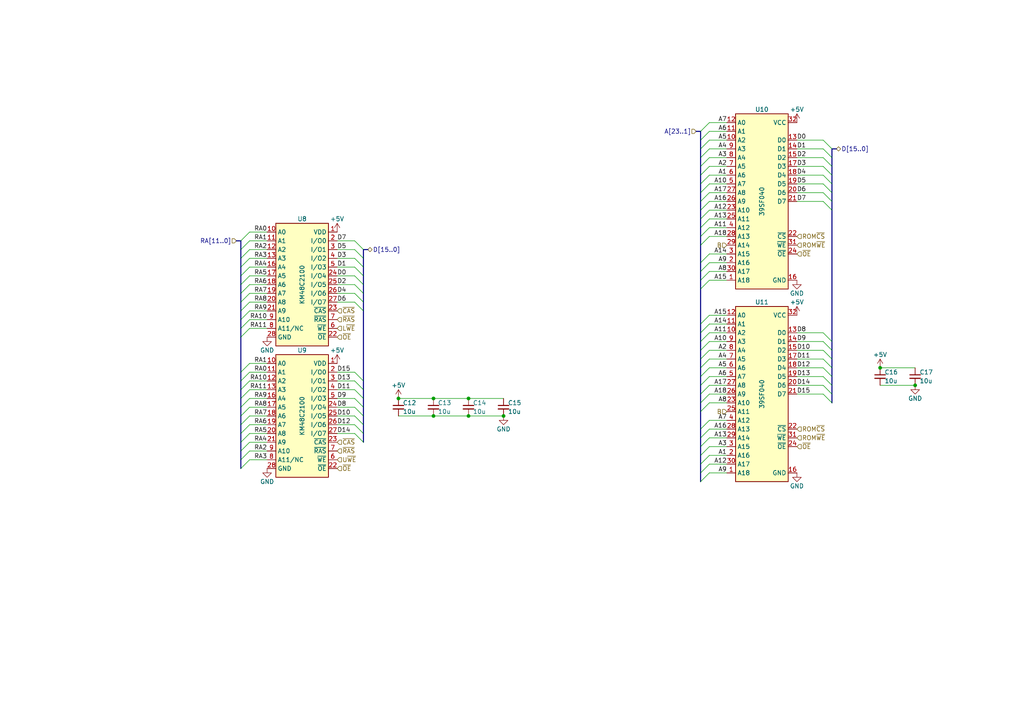
<source format=kicad_sch>
(kicad_sch (version 20211123) (generator eeschema)
  (paper "A4")
  (lib_symbols
    (symbol "Device:C_Small" (pin_numbers hide) (pin_names (offset 0.254) hide)
      (property "Reference" "C" (at 0.254 1.778 0))
      (property "Value" "C_Small" (at 0.254 -2.032 0))
      (symbol "C_Small_0_1"
        (polyline (pts (xy -1.524 -0.508) (xy 1.524 -0.508)) (stroke (width 0.3302)))
        (polyline (pts (xy -1.524 0.508) (xy 1.524 0.508)) (stroke (width 0.3048)))
      )
      (symbol "C_Small_1_1"
        (pin passive line (at 0 2.54 270) (length 2.032) (name "~") (number "1"))
        (pin passive line (at 0 -2.54 90) (length 2.032) (name "~") (number "2"))
      )
    )
    (symbol "GW_RAM:DRAM-2Mx8-SOP-28"
      (property "Reference" "U" (at 0 19.05 0))
      (property "Value" "DRAM-2Mx8-SOP-28" (at 0 0 90))
      (symbol "DRAM-2Mx8-SOP-28_0_1"
        (rectangle (start -7.62 17.78) (end 7.62 -17.78) (stroke (width 0.254)) (fill (type background)))
      )
      (symbol "DRAM-2Mx8-SOP-28_1_1"
        (pin power_in line (at 10.16 15.24 180) (length 2.54) (name "VDD") (number "1"))
        (pin input line (at -10.16 15.24 0) (length 2.54) (name "A0") (number "10"))
        (pin input line (at -10.16 12.7 0) (length 2.54) (name "A1") (number "11"))
        (pin input line (at -10.16 10.16 0) (length 2.54) (name "A2") (number "12"))
        (pin input line (at -10.16 7.62 0) (length 2.54) (name "A3") (number "13"))
        (pin power_in line (at 10.16 15.24 180) (length 2.54) hide (name "VDD") (number "14"))
        (pin power_in line (at -10.16 -15.24 0) (length 2.54) hide (name "GND") (number "15"))
        (pin input line (at -10.16 5.08 0) (length 2.54) (name "A4") (number "16"))
        (pin input line (at -10.16 2.54 0) (length 2.54) (name "A5") (number "17"))
        (pin input line (at -10.16 0 0) (length 2.54) (name "A6") (number "18"))
        (pin input line (at -10.16 -2.54 0) (length 2.54) (name "A7") (number "19"))
        (pin bidirectional line (at 10.16 12.7 180) (length 2.54) (name "I/O0") (number "2"))
        (pin input line (at -10.16 -5.08 0) (length 2.54) (name "A8") (number "20"))
        (pin input line (at -10.16 -7.62 0) (length 2.54) (name "A9") (number "21"))
        (pin input line (at 10.16 -15.24 180) (length 2.54) (name "~{OE}") (number "22"))
        (pin input line (at 10.16 -7.62 180) (length 2.54) (name "~{CAS}") (number "23"))
        (pin bidirectional line (at 10.16 2.54 180) (length 2.54) (name "I/O4") (number "24"))
        (pin bidirectional line (at 10.16 0 180) (length 2.54) (name "I/O5") (number "25"))
        (pin bidirectional line (at 10.16 -2.54 180) (length 2.54) (name "I/O6") (number "26"))
        (pin bidirectional line (at 10.16 -5.08 180) (length 2.54) (name "I/O7") (number "27"))
        (pin power_in line (at -10.16 -15.24 0) (length 2.54) (name "GND") (number "28"))
        (pin bidirectional line (at 10.16 10.16 180) (length 2.54) (name "I/O1") (number "3"))
        (pin bidirectional line (at 10.16 7.62 180) (length 2.54) (name "I/O2") (number "4"))
        (pin bidirectional line (at 10.16 5.08 180) (length 2.54) (name "I/O3") (number "5"))
        (pin input line (at 10.16 -12.7 180) (length 2.54) (name "~{WE}") (number "6"))
        (pin input line (at 10.16 -10.16 180) (length 2.54) (name "~{RAS}") (number "7"))
        (pin input line (at -10.16 -12.7 0) (length 2.54) (name "A11/NC") (number "8"))
        (pin input line (at -10.16 -10.16 0) (length 2.54) (name "A10") (number "9"))
      )
    )
    (symbol "GW_RAM:Flash-512Kx8-PLCC-32"
      (property "Reference" "U" (at 0 26.67 0))
      (property "Value" "Flash-512Kx8-PLCC-32" (at 0 0 90))
      (symbol "Flash-512Kx8-PLCC-32_0_0"
        (pin power_in line (at 10.16 -22.86 180) (length 2.54) (name "GND") (number "16"))
        (pin power_in line (at 10.16 22.86 180) (length 2.54) (name "VCC") (number "32"))
      )
      (symbol "Flash-512Kx8-PLCC-32_0_1"
        (rectangle (start -7.62 25.4) (end 7.62 -25.4) (stroke (width 0.254)) (fill (type background)))
      )
      (symbol "Flash-512Kx8-PLCC-32_1_1"
        (pin input line (at -10.16 -22.86 0) (length 2.54) (name "A18") (number "1"))
        (pin input line (at -10.16 17.78 0) (length 2.54) (name "A2") (number "10"))
        (pin input line (at -10.16 20.32 0) (length 2.54) (name "A1") (number "11"))
        (pin input line (at -10.16 22.86 0) (length 2.54) (name "A0") (number "12"))
        (pin bidirectional line (at 10.16 17.78 180) (length 2.54) (name "D0") (number "13"))
        (pin bidirectional line (at 10.16 15.24 180) (length 2.54) (name "D1") (number "14"))
        (pin bidirectional line (at 10.16 12.7 180) (length 2.54) (name "D2") (number "15"))
        (pin bidirectional line (at 10.16 10.16 180) (length 2.54) (name "D3") (number "17"))
        (pin bidirectional line (at 10.16 7.62 180) (length 2.54) (name "D4") (number "18"))
        (pin bidirectional line (at 10.16 5.08 180) (length 2.54) (name "D5") (number "19"))
        (pin input line (at -10.16 -17.78 0) (length 2.54) (name "A16") (number "2"))
        (pin bidirectional line (at 10.16 2.54 180) (length 2.54) (name "D6") (number "20"))
        (pin bidirectional line (at 10.16 0 180) (length 2.54) (name "D7") (number "21"))
        (pin input line (at 10.16 -10.16 180) (length 2.54) (name "~{CS}") (number "22"))
        (pin input line (at -10.16 -2.54 0) (length 2.54) (name "A10") (number "23"))
        (pin input line (at 10.16 -15.24 180) (length 2.54) (name "~{OE}") (number "24"))
        (pin input line (at -10.16 -5.08 0) (length 2.54) (name "A11") (number "25"))
        (pin input line (at -10.16 0 0) (length 2.54) (name "A9") (number "26"))
        (pin input line (at -10.16 2.54 0) (length 2.54) (name "A8") (number "27"))
        (pin input line (at -10.16 -10.16 0) (length 2.54) (name "A13") (number "28"))
        (pin input line (at -10.16 -12.7 0) (length 2.54) (name "A14") (number "29"))
        (pin input line (at -10.16 -15.24 0) (length 2.54) (name "A15") (number "3"))
        (pin input line (at -10.16 -20.32 0) (length 2.54) (name "A17") (number "30"))
        (pin input line (at 10.16 -12.7 180) (length 2.54) (name "~{WE}") (number "31"))
        (pin input line (at -10.16 -7.62 0) (length 2.54) (name "A12") (number "4"))
        (pin input line (at -10.16 5.08 0) (length 2.54) (name "A7") (number "5"))
        (pin input line (at -10.16 7.62 0) (length 2.54) (name "A6") (number "6"))
        (pin input line (at -10.16 10.16 0) (length 2.54) (name "A5") (number "7"))
        (pin input line (at -10.16 12.7 0) (length 2.54) (name "A4") (number "8"))
        (pin input line (at -10.16 15.24 0) (length 2.54) (name "A3") (number "9"))
      )
    )
    (symbol "power:+5V" (power) (pin_names (offset 0))
      (property "Value" "+5V" (at 0 3.556 0))
      (symbol "+5V_0_1"
        (polyline (pts (xy -0.762 1.27) (xy 0 2.54)))
        (polyline (pts (xy 0 0) (xy 0 2.54)))
        (polyline (pts (xy 0 2.54) (xy 0.762 1.27)))
      )
      (symbol "+5V_1_1"
        (pin power_in line (at 0 0 90) (length 0) hide (name "+5V") (number "1"))
      )
    )
    (symbol "power:GND" (power) (pin_names (offset 0))
      (property "Value" "GND" (at 0 -3.81 0))
      (symbol "GND_0_1"
        (polyline (pts (xy 0 0) (xy 0 -1.27) (xy 1.27 -1.27) (xy 0 -2.54) (xy -1.27 -1.27) (xy 0 -1.27)))
      )
      (symbol "GND_1_1"
        (pin power_in line (at 0 0 270) (length 0) hide (name "GND") (number "1"))
      )
    )
  )
  (junction (at 265.43 111.76))
  (junction (at 115.57 115.57))
  (junction (at 255.27 106.68))
  (junction (at 125.73 115.57))
  (junction (at 146.05 120.65))
  (junction (at 135.89 120.65))
  (junction (at 125.73 120.65))
  (junction (at 135.89 115.57))
  (bus_entry (at 105.41 85.09) (size -2.54 -2.54))
  (bus_entry (at 205.74 114.3) (size -2.54 2.54))
  (bus_entry (at 69.85 118.11) (size 2.54 -2.54))
  (bus_entry (at 105.41 87.63) (size -2.54 -2.54))
  (bus_entry (at 105.41 72.39) (size -2.54 -2.54))
  (bus_entry (at 205.74 78.74) (size -2.54 2.54))
  (bus_entry (at 105.41 123.19) (size -2.54 -2.54))
  (bus_entry (at 205.74 96.52) (size -2.54 2.54))
  (bus_entry (at 238.76 50.8) (size 2.54 2.54))
  (bus_entry (at 205.74 132.08) (size -2.54 2.54))
  (bus_entry (at 69.85 80.01) (size 2.54 -2.54))
  (bus_entry (at 69.85 77.47) (size 2.54 -2.54))
  (bus_entry (at 105.41 74.93) (size -2.54 -2.54))
  (bus_entry (at 105.41 113.03) (size -2.54 -2.54))
  (bus_entry (at 205.74 45.72) (size -2.54 2.54))
  (bus_entry (at 205.74 111.76) (size -2.54 2.54))
  (bus_entry (at 69.85 133.35) (size 2.54 -2.54))
  (bus_entry (at 69.85 123.19) (size 2.54 -2.54))
  (bus_entry (at 238.76 58.42) (size 2.54 2.54))
  (bus_entry (at 205.74 99.06) (size -2.54 2.54))
  (bus_entry (at 105.41 125.73) (size -2.54 -2.54))
  (bus_entry (at 238.76 111.76) (size 2.54 2.54))
  (bus_entry (at 69.85 128.27) (size 2.54 -2.54))
  (bus_entry (at 69.85 125.73) (size 2.54 -2.54))
  (bus_entry (at 69.85 97.79) (size 2.54 -2.54))
  (bus_entry (at 205.74 91.44) (size -2.54 2.54))
  (bus_entry (at 238.76 96.52) (size 2.54 2.54))
  (bus_entry (at 105.41 128.27) (size -2.54 -2.54))
  (bus_entry (at 238.76 55.88) (size 2.54 2.54))
  (bus_entry (at 105.41 115.57) (size -2.54 -2.54))
  (bus_entry (at 105.41 120.65) (size -2.54 -2.54))
  (bus_entry (at 105.41 90.17) (size -2.54 -2.54))
  (bus_entry (at 105.41 118.11) (size -2.54 -2.54))
  (bus_entry (at 205.74 137.16) (size -2.54 2.54))
  (bus_entry (at 105.41 80.01) (size -2.54 -2.54))
  (bus_entry (at 205.74 129.54) (size -2.54 2.54))
  (bus_entry (at 205.74 73.66) (size -2.54 2.54))
  (bus_entry (at 69.85 92.71) (size 2.54 -2.54))
  (bus_entry (at 238.76 45.72) (size 2.54 2.54))
  (bus_entry (at 205.74 81.28) (size -2.54 2.54))
  (bus_entry (at 205.74 55.88) (size -2.54 2.54))
  (bus_entry (at 69.85 110.49) (size 2.54 -2.54))
  (bus_entry (at 69.85 107.95) (size 2.54 -2.54))
  (bus_entry (at 69.85 74.93) (size 2.54 -2.54))
  (bus_entry (at 205.74 58.42) (size -2.54 2.54))
  (bus_entry (at 205.74 76.2) (size -2.54 2.54))
  (bus_entry (at 69.85 85.09) (size 2.54 -2.54))
  (bus_entry (at 205.74 68.58) (size -2.54 2.54))
  (bus_entry (at 69.85 90.17) (size 2.54 -2.54))
  (bus_entry (at 205.74 121.92) (size -2.54 2.54))
  (bus_entry (at 238.76 43.18) (size 2.54 2.54))
  (bus_entry (at 205.74 106.68) (size -2.54 2.54))
  (bus_entry (at 69.85 87.63) (size 2.54 -2.54))
  (bus_entry (at 105.41 110.49) (size -2.54 -2.54))
  (bus_entry (at 69.85 69.85) (size 2.54 -2.54))
  (bus_entry (at 205.74 109.22) (size -2.54 2.54))
  (bus_entry (at 105.41 82.55) (size -2.54 -2.54))
  (bus_entry (at 238.76 40.64) (size 2.54 2.54))
  (bus_entry (at 69.85 82.55) (size 2.54 -2.54))
  (bus_entry (at 205.74 66.04) (size -2.54 2.54))
  (bus_entry (at 238.76 53.34) (size 2.54 2.54))
  (bus_entry (at 205.74 124.46) (size -2.54 2.54))
  (bus_entry (at 205.74 50.8) (size -2.54 2.54))
  (bus_entry (at 238.76 48.26) (size 2.54 2.54))
  (bus_entry (at 205.74 53.34) (size -2.54 2.54))
  (bus_entry (at 205.74 93.98) (size -2.54 2.54))
  (bus_entry (at 205.74 127) (size -2.54 2.54))
  (bus_entry (at 205.74 38.1) (size -2.54 2.54))
  (bus_entry (at 238.76 104.14) (size 2.54 2.54))
  (bus_entry (at 205.74 35.56) (size -2.54 2.54))
  (bus_entry (at 105.41 77.47) (size -2.54 -2.54))
  (bus_entry (at 238.76 101.6) (size 2.54 2.54))
  (bus_entry (at 205.74 134.62) (size -2.54 2.54))
  (bus_entry (at 205.74 60.96) (size -2.54 2.54))
  (bus_entry (at 205.74 63.5) (size -2.54 2.54))
  (bus_entry (at 205.74 40.64) (size -2.54 2.54))
  (bus_entry (at 238.76 99.06) (size 2.54 2.54))
  (bus_entry (at 69.85 120.65) (size 2.54 -2.54))
  (bus_entry (at 69.85 115.57) (size 2.54 -2.54))
  (bus_entry (at 69.85 113.03) (size 2.54 -2.54))
  (bus_entry (at 205.74 104.14) (size -2.54 2.54))
  (bus_entry (at 238.76 106.68) (size 2.54 2.54))
  (bus_entry (at 238.76 109.22) (size 2.54 2.54))
  (bus_entry (at 69.85 72.39) (size 2.54 -2.54))
  (bus_entry (at 205.74 116.84) (size -2.54 2.54))
  (bus_entry (at 69.85 95.25) (size 2.54 -2.54))
  (bus_entry (at 205.74 43.18) (size -2.54 2.54))
  (bus_entry (at 238.76 114.3) (size 2.54 2.54))
  (bus_entry (at 205.74 101.6) (size -2.54 2.54))
  (bus_entry (at 69.85 135.89) (size 2.54 -2.54))
  (bus_entry (at 69.85 130.81) (size 2.54 -2.54))
  (bus_entry (at 205.74 48.26) (size -2.54 2.54))
  (bus (pts (xy 241.3 58.42) (xy 241.3 60.96)))
  (bus (pts (xy 69.85 69.85) (xy 69.85 72.39)))
  (bus (pts (xy 105.41 123.19) (xy 105.41 125.73)))
  (wire (pts (xy 77.47 82.55) (xy 72.39 82.55)))
  (bus (pts (xy 69.85 128.27) (xy 69.85 130.81)))
  (bus (pts (xy 203.2 114.3) (xy 203.2 116.84)))
  (bus (pts (xy 69.85 74.93) (xy 69.85 77.47)))
  (wire (pts (xy 210.82 91.44) (xy 205.74 91.44)))
  (wire (pts (xy 77.47 85.09) (xy 72.39 85.09)))
  (wire (pts (xy 210.82 38.1) (xy 205.74 38.1)))
  (wire (pts (xy 77.47 118.11) (xy 72.39 118.11)))
  (wire (pts (xy 115.57 120.65) (xy 125.73 120.65)))
  (wire (pts (xy 210.82 50.8) (xy 205.74 50.8)))
  (wire (pts (xy 231.14 96.52) (xy 238.76 96.52)))
  (wire (pts (xy 210.82 134.62) (xy 205.74 134.62)))
  (bus (pts (xy 69.85 133.35) (xy 69.85 135.89)))
  (wire (pts (xy 125.73 115.57) (xy 135.89 115.57)))
  (wire (pts (xy 231.14 104.14) (xy 238.76 104.14)))
  (wire (pts (xy 77.47 105.41) (xy 72.39 105.41)))
  (wire (pts (xy 77.47 113.03) (xy 72.39 113.03)))
  (wire (pts (xy 135.89 115.57) (xy 146.05 115.57)))
  (wire (pts (xy 210.82 99.06) (xy 205.74 99.06)))
  (wire (pts (xy 210.82 35.56) (xy 205.74 35.56)))
  (bus (pts (xy 203.2 43.18) (xy 203.2 45.72)))
  (bus (pts (xy 203.2 124.46) (xy 203.2 127)))
  (wire (pts (xy 210.82 55.88) (xy 205.74 55.88)))
  (wire (pts (xy 231.14 48.26) (xy 238.76 48.26)))
  (bus (pts (xy 241.3 101.6) (xy 241.3 104.14)))
  (bus (pts (xy 241.3 55.88) (xy 241.3 58.42)))
  (bus (pts (xy 241.3 48.26) (xy 241.3 50.8)))
  (bus (pts (xy 241.3 50.8) (xy 241.3 53.34)))
  (bus (pts (xy 105.41 74.93) (xy 105.41 77.47)))
  (wire (pts (xy 77.47 92.71) (xy 72.39 92.71)))
  (wire (pts (xy 231.14 111.76) (xy 238.76 111.76)))
  (bus (pts (xy 203.2 134.62) (xy 203.2 137.16)))
  (bus (pts (xy 69.85 118.11) (xy 69.85 120.65)))
  (bus (pts (xy 203.2 38.1) (xy 203.2 40.64)))
  (bus (pts (xy 69.85 95.25) (xy 69.85 97.79)))
  (bus (pts (xy 203.2 111.76) (xy 203.2 114.3)))
  (wire (pts (xy 210.82 96.52) (xy 205.74 96.52)))
  (bus (pts (xy 69.85 123.19) (xy 69.85 125.73)))
  (bus (pts (xy 69.85 130.81) (xy 69.85 133.35)))
  (wire (pts (xy 77.47 90.17) (xy 72.39 90.17)))
  (bus (pts (xy 242.57 43.18) (xy 241.3 43.18)))
  (bus (pts (xy 203.2 129.54) (xy 203.2 132.08)))
  (wire (pts (xy 102.87 72.39) (xy 97.79 72.39)))
  (wire (pts (xy 115.57 115.57) (xy 125.73 115.57)))
  (bus (pts (xy 203.2 50.8) (xy 203.2 53.34)))
  (wire (pts (xy 210.82 114.3) (xy 205.74 114.3)))
  (wire (pts (xy 210.82 76.2) (xy 205.74 76.2)))
  (bus (pts (xy 105.41 120.65) (xy 105.41 123.19)))
  (wire (pts (xy 231.14 53.34) (xy 238.76 53.34)))
  (wire (pts (xy 210.82 53.34) (xy 205.74 53.34)))
  (wire (pts (xy 77.47 72.39) (xy 72.39 72.39)))
  (bus (pts (xy 105.41 113.03) (xy 105.41 115.57)))
  (bus (pts (xy 241.3 114.3) (xy 241.3 116.84)))
  (wire (pts (xy 102.87 110.49) (xy 97.79 110.49)))
  (bus (pts (xy 105.41 90.17) (xy 105.41 110.49)))
  (wire (pts (xy 77.47 67.31) (xy 72.39 67.31)))
  (bus (pts (xy 69.85 82.55) (xy 69.85 85.09)))
  (bus (pts (xy 105.41 85.09) (xy 105.41 87.63)))
  (wire (pts (xy 97.79 118.11) (xy 102.87 118.11)))
  (bus (pts (xy 203.2 66.04) (xy 203.2 68.58)))
  (bus (pts (xy 203.2 109.22) (xy 203.2 111.76)))
  (bus (pts (xy 106.68 72.39) (xy 105.41 72.39)))
  (bus (pts (xy 69.85 92.71) (xy 69.85 95.25)))
  (bus (pts (xy 203.2 40.64) (xy 203.2 43.18)))
  (bus (pts (xy 69.85 97.79) (xy 69.85 107.95)))
  (wire (pts (xy 125.73 120.65) (xy 135.89 120.65)))
  (wire (pts (xy 77.47 107.95) (xy 72.39 107.95)))
  (wire (pts (xy 210.82 137.16) (xy 205.74 137.16)))
  (wire (pts (xy 210.82 109.22) (xy 205.74 109.22)))
  (bus (pts (xy 203.2 63.5) (xy 203.2 66.04)))
  (bus (pts (xy 69.85 90.17) (xy 69.85 92.71)))
  (wire (pts (xy 210.82 66.04) (xy 205.74 66.04)))
  (bus (pts (xy 203.2 53.34) (xy 203.2 55.88)))
  (wire (pts (xy 210.82 106.68) (xy 205.74 106.68)))
  (bus (pts (xy 105.41 110.49) (xy 105.41 113.03)))
  (bus (pts (xy 241.3 104.14) (xy 241.3 106.68)))
  (wire (pts (xy 77.47 133.35) (xy 72.39 133.35)))
  (wire (pts (xy 210.82 58.42) (xy 205.74 58.42)))
  (wire (pts (xy 77.47 77.47) (xy 72.39 77.47)))
  (bus (pts (xy 241.3 60.96) (xy 241.3 99.06)))
  (wire (pts (xy 231.14 55.88) (xy 238.76 55.88)))
  (bus (pts (xy 201.93 38.1) (xy 203.2 38.1)))
  (wire (pts (xy 210.82 111.76) (xy 205.74 111.76)))
  (wire (pts (xy 210.82 45.72) (xy 205.74 45.72)))
  (wire (pts (xy 77.47 120.65) (xy 72.39 120.65)))
  (bus (pts (xy 203.2 45.72) (xy 203.2 48.26)))
  (bus (pts (xy 203.2 104.14) (xy 203.2 106.68)))
  (bus (pts (xy 203.2 101.6) (xy 203.2 104.14)))
  (wire (pts (xy 97.79 85.09) (xy 102.87 85.09)))
  (bus (pts (xy 69.85 72.39) (xy 69.85 74.93)))
  (bus (pts (xy 69.85 120.65) (xy 69.85 123.19)))
  (wire (pts (xy 210.82 43.18) (xy 205.74 43.18)))
  (bus (pts (xy 203.2 137.16) (xy 203.2 139.7)))
  (wire (pts (xy 210.82 68.58) (xy 205.74 68.58)))
  (wire (pts (xy 77.47 87.63) (xy 72.39 87.63)))
  (wire (pts (xy 210.82 40.64) (xy 205.74 40.64)))
  (bus (pts (xy 203.2 119.38) (xy 203.2 124.46)))
  (wire (pts (xy 231.14 50.8) (xy 238.76 50.8)))
  (wire (pts (xy 102.87 69.85) (xy 97.79 69.85)))
  (bus (pts (xy 105.41 125.73) (xy 105.41 128.27)))
  (wire (pts (xy 231.14 106.68) (xy 238.76 106.68)))
  (wire (pts (xy 210.82 129.54) (xy 205.74 129.54)))
  (wire (pts (xy 210.82 60.96) (xy 205.74 60.96)))
  (wire (pts (xy 210.82 73.66) (xy 205.74 73.66)))
  (wire (pts (xy 102.87 113.03) (xy 97.79 113.03)))
  (bus (pts (xy 203.2 71.12) (xy 203.2 76.2)))
  (bus (pts (xy 105.41 77.47) (xy 105.41 80.01)))
  (bus (pts (xy 203.2 81.28) (xy 203.2 83.82)))
  (bus (pts (xy 203.2 83.82) (xy 203.2 93.98)))
  (wire (pts (xy 210.82 93.98) (xy 205.74 93.98)))
  (bus (pts (xy 69.85 77.47) (xy 69.85 80.01)))
  (wire (pts (xy 77.47 95.25) (xy 72.39 95.25)))
  (wire (pts (xy 210.82 116.84) (xy 205.74 116.84)))
  (bus (pts (xy 241.3 106.68) (xy 241.3 109.22)))
  (wire (pts (xy 97.79 87.63) (xy 102.87 87.63)))
  (bus (pts (xy 241.3 43.18) (xy 241.3 45.72)))
  (wire (pts (xy 255.27 106.68) (xy 265.43 106.68)))
  (bus (pts (xy 241.3 45.72) (xy 241.3 48.26)))
  (bus (pts (xy 241.3 99.06) (xy 241.3 101.6)))
  (wire (pts (xy 210.82 81.28) (xy 205.74 81.28)))
  (bus (pts (xy 203.2 48.26) (xy 203.2 50.8)))
  (wire (pts (xy 210.82 101.6) (xy 205.74 101.6)))
  (wire (pts (xy 231.14 114.3) (xy 238.76 114.3)))
  (bus (pts (xy 203.2 132.08) (xy 203.2 134.62)))
  (wire (pts (xy 77.47 123.19) (xy 72.39 123.19)))
  (wire (pts (xy 97.79 120.65) (xy 102.87 120.65)))
  (bus (pts (xy 69.85 87.63) (xy 69.85 90.17)))
  (bus (pts (xy 203.2 127) (xy 203.2 129.54)))
  (wire (pts (xy 77.47 74.93) (xy 72.39 74.93)))
  (wire (pts (xy 135.89 120.65) (xy 146.05 120.65)))
  (wire (pts (xy 77.47 69.85) (xy 72.39 69.85)))
  (wire (pts (xy 97.79 123.19) (xy 102.87 123.19)))
  (wire (pts (xy 102.87 77.47) (xy 97.79 77.47)))
  (bus (pts (xy 69.85 125.73) (xy 69.85 128.27)))
  (wire (pts (xy 77.47 125.73) (xy 72.39 125.73)))
  (wire (pts (xy 231.14 101.6) (xy 238.76 101.6)))
  (bus (pts (xy 203.2 76.2) (xy 203.2 78.74)))
  (bus (pts (xy 241.3 109.22) (xy 241.3 111.76)))
  (bus (pts (xy 105.41 115.57) (xy 105.41 118.11)))
  (bus (pts (xy 241.3 53.34) (xy 241.3 55.88)))
  (bus (pts (xy 203.2 55.88) (xy 203.2 58.42)))
  (wire (pts (xy 231.14 99.06) (xy 238.76 99.06)))
  (wire (pts (xy 77.47 128.27) (xy 72.39 128.27)))
  (bus (pts (xy 203.2 68.58) (xy 203.2 71.12)))
  (wire (pts (xy 255.27 111.76) (xy 265.43 111.76)))
  (bus (pts (xy 203.2 78.74) (xy 203.2 81.28)))
  (wire (pts (xy 231.14 109.22) (xy 238.76 109.22)))
  (wire (pts (xy 97.79 80.01) (xy 102.87 80.01)))
  (bus (pts (xy 203.2 96.52) (xy 203.2 99.06)))
  (bus (pts (xy 69.85 80.01) (xy 69.85 82.55)))
  (wire (pts (xy 97.79 82.55) (xy 102.87 82.55)))
  (wire (pts (xy 231.14 45.72) (xy 238.76 45.72)))
  (wire (pts (xy 210.82 132.08) (xy 205.74 132.08)))
  (bus (pts (xy 203.2 99.06) (xy 203.2 101.6)))
  (wire (pts (xy 97.79 107.95) (xy 102.87 107.95)))
  (bus (pts (xy 105.41 82.55) (xy 105.41 85.09)))
  (bus (pts (xy 105.41 87.63) (xy 105.41 90.17)))
  (wire (pts (xy 102.87 115.57) (xy 97.79 115.57)))
  (wire (pts (xy 231.14 40.64) (xy 238.76 40.64)))
  (bus (pts (xy 203.2 106.68) (xy 203.2 109.22)))
  (wire (pts (xy 77.47 110.49) (xy 72.39 110.49)))
  (bus (pts (xy 105.41 72.39) (xy 105.41 74.93)))
  (wire (pts (xy 210.82 104.14) (xy 205.74 104.14)))
  (wire (pts (xy 102.87 74.93) (xy 97.79 74.93)))
  (wire (pts (xy 210.82 127) (xy 205.74 127)))
  (bus (pts (xy 69.85 113.03) (xy 69.85 115.57)))
  (wire (pts (xy 77.47 115.57) (xy 72.39 115.57)))
  (wire (pts (xy 231.14 58.42) (xy 238.76 58.42)))
  (bus (pts (xy 203.2 58.42) (xy 203.2 60.96)))
  (wire (pts (xy 77.47 130.81) (xy 72.39 130.81)))
  (wire (pts (xy 210.82 48.26) (xy 205.74 48.26)))
  (bus (pts (xy 105.41 80.01) (xy 105.41 82.55)))
  (bus (pts (xy 69.85 85.09) (xy 69.85 87.63)))
  (wire (pts (xy 97.79 125.73) (xy 102.87 125.73)))
  (bus (pts (xy 203.2 116.84) (xy 203.2 119.38)))
  (bus (pts (xy 69.85 69.85) (xy 68.58 69.85)))
  (wire (pts (xy 210.82 63.5) (xy 205.74 63.5)))
  (bus (pts (xy 69.85 115.57) (xy 69.85 118.11)))
  (wire (pts (xy 210.82 124.46) (xy 205.74 124.46)))
  (bus (pts (xy 203.2 60.96) (xy 203.2 63.5)))
  (wire (pts (xy 231.14 43.18) (xy 238.76 43.18)))
  (bus (pts (xy 241.3 111.76) (xy 241.3 114.3)))
  (bus (pts (xy 203.2 93.98) (xy 203.2 96.52)))
  (wire (pts (xy 77.47 80.01) (xy 72.39 80.01)))
  (bus (pts (xy 69.85 107.95) (xy 69.85 110.49)))
  (bus (pts (xy 69.85 110.49) (xy 69.85 113.03)))
  (bus (pts (xy 105.41 118.11) (xy 105.41 120.65)))
  (wire (pts (xy 210.82 121.92) (xy 205.74 121.92)))
  (wire (pts (xy 210.82 78.74) (xy 205.74 78.74)))
  (label "A6" (at 210.82 38.1 180))
  (label "D12" (at 231.14 106.68 0))
  (label "RA11" (at 77.47 95.25 180))
  (label "A7" (at 210.82 35.56 180))
  (label "A1" (at 210.82 132.08 180))
  (label "A2" (at 210.82 48.26 180))
  (label "RA2" (at 77.47 72.39 180))
  (label "A17" (at 210.82 111.76 180))
  (label "A13" (at 210.82 127 180))
  (label "D10" (at 231.14 101.6 0))
  (label "D5" (at 97.79 72.39 0))
  (label "RA5" (at 77.47 125.73 180))
  (label "A8" (at 210.82 78.74 180))
  (label "D14" (at 231.14 111.76 0))
  (label "A4" (at 210.82 43.18 180))
  (label "A10" (at 210.82 53.34 180))
  (label "RA2" (at 77.47 130.81 180))
  (label "A14" (at 210.82 93.98 180))
  (label "D12" (at 97.79 123.19 0))
  (label "RA8" (at 77.47 118.11 180))
  (label "A18" (at 210.82 114.3 180))
  (label "D11" (at 231.14 104.14 0))
  (label "RA8" (at 77.47 87.63 180))
  (label "RA0" (at 77.47 107.95 180))
  (label "A5" (at 210.82 106.68 180))
  (label "D4" (at 97.79 85.09 0))
  (label "A18" (at 210.82 68.58 180))
  (label "D6" (at 97.79 87.63 0))
  (label "A13" (at 210.82 63.5 180))
  (label "A11" (at 210.82 66.04 180))
  (label "A16" (at 210.82 124.46 180))
  (label "D3" (at 97.79 74.93 0))
  (label "D2" (at 97.79 82.55 0))
  (label "A8" (at 210.82 116.84 180))
  (label "D1" (at 231.14 43.18 0))
  (label "RA9" (at 77.47 115.57 180))
  (label "RA7" (at 77.47 120.65 180))
  (label "RA10" (at 77.47 92.71 180))
  (label "A4" (at 210.82 104.14 180))
  (label "A5" (at 210.82 40.64 180))
  (label "RA4" (at 77.47 128.27 180))
  (label "D9" (at 97.79 115.57 0))
  (label "D7" (at 97.79 69.85 0))
  (label "RA6" (at 77.47 82.55 180))
  (label "D8" (at 231.14 96.52 0))
  (label "A7" (at 210.82 121.92 180))
  (label "RA5" (at 77.47 80.01 180))
  (label "RA6" (at 77.47 123.19 180))
  (label "D14" (at 97.79 125.73 0))
  (label "D3" (at 231.14 48.26 0))
  (label "A16" (at 210.82 58.42 180))
  (label "D6" (at 231.14 55.88 0))
  (label "A9" (at 210.82 76.2 180))
  (label "A2" (at 210.82 101.6 180))
  (label "RA1" (at 77.47 105.41 180))
  (label "D13" (at 231.14 109.22 0))
  (label "A15" (at 210.82 91.44 180))
  (label "D1" (at 97.79 77.47 0))
  (label "RA1" (at 77.47 69.85 180))
  (label "D15" (at 231.14 114.3 0))
  (label "D2" (at 231.14 45.72 0))
  (label "A6" (at 210.82 109.22 180))
  (label "A14" (at 210.82 73.66 180))
  (label "D4" (at 231.14 50.8 0))
  (label "A11" (at 210.82 96.52 180))
  (label "RA9" (at 77.47 90.17 180))
  (label "A9" (at 210.82 137.16 180))
  (label "A15" (at 210.82 81.28 180))
  (label "RA0" (at 77.47 67.31 180))
  (label "A12" (at 210.82 60.96 180))
  (label "RA4" (at 77.47 77.47 180))
  (label "D15" (at 97.79 107.95 0))
  (label "RA7" (at 77.47 85.09 180))
  (label "D11" (at 97.79 113.03 0))
  (label "D9" (at 231.14 99.06 0))
  (label "A17" (at 210.82 55.88 180))
  (label "D0" (at 97.79 80.01 0))
  (label "D13" (at 97.79 110.49 0))
  (label "D5" (at 231.14 53.34 0))
  (label "RA3" (at 77.47 74.93 180))
  (label "A1" (at 210.82 50.8 180))
  (label "A3" (at 210.82 129.54 180))
  (label "RA10" (at 77.47 110.49 180))
  (label "D8" (at 97.79 118.11 0))
  (label "RA11" (at 77.47 113.03 180))
  (label "A10" (at 210.82 99.06 180))
  (label "D7" (at 231.14 58.42 0))
  (label "A3" (at 210.82 45.72 180))
  (label "D10" (at 97.79 120.65 0))
  (label "A12" (at 210.82 134.62 180))
  (label "D0" (at 231.14 40.64 0))
  (label "RA3" (at 77.47 133.35 180))
  (hierarchical_label "~{OE}" (shape input) (at 231.14 129.54 0))
  (hierarchical_label "D[15..0]" (shape bidirectional) (at 106.68 72.39 0))
  (hierarchical_label "B" (shape input) (at 210.82 71.12 180))
  (hierarchical_label "~{OE}" (shape input) (at 97.79 135.89 0))
  (hierarchical_label "ROM~{CS}" (shape input) (at 231.14 124.46 0))
  (hierarchical_label "U~{WE}" (shape input) (at 97.79 133.35 0))
  (hierarchical_label "~{OE}" (shape input) (at 231.14 73.66 0))
  (hierarchical_label "L~{WE}" (shape input) (at 97.79 95.25 0))
  (hierarchical_label "ROM~{WE}" (shape input) (at 231.14 127 0))
  (hierarchical_label "D[15..0]" (shape bidirectional) (at 242.57 43.18 0))
  (hierarchical_label "~{CAS}" (shape input) (at 97.79 90.17 0))
  (hierarchical_label "B" (shape input) (at 210.82 119.38 180))
  (hierarchical_label "~{RAS}" (shape input) (at 97.79 92.71 0))
  (hierarchical_label "~{OE}" (shape input) (at 97.79 97.79 0))
  (hierarchical_label "ROM~{WE}" (shape input) (at 231.14 71.12 0))
  (hierarchical_label "ROM~{CS}" (shape input) (at 231.14 68.58 0))
  (hierarchical_label "RA[11..0]" (shape input) (at 68.58 69.85 180))
  (hierarchical_label "~{RAS}" (shape input) (at 97.79 130.81 0))
  (hierarchical_label "A[23..1]" (shape input) (at 201.93 38.1 180))
  (hierarchical_label "~{CAS}" (shape input) (at 97.79 128.27 0))
  (symbol (lib_id "GW_RAM:DRAM-2Mx8-SOP-28") (at 87.63 82.55 0) (unit 1)
    (property "Reference" "U8" (at 87.63 63.5 0))
    (property "Value" "KM48C2100" (at 87.63 82.55 90))
    (property "Footprint" "stdpads:SOJ-28_300mil" (effects hide))
  )
  (symbol (lib_id "power:GND") (at 77.47 97.79 0) (unit 1)
    (property "Reference" "#PWR0133" (effects hide))
    (property "Value" "GND" (at 77.47 101.6 0))
  )
  (symbol (lib_id "GW_RAM:DRAM-2Mx8-SOP-28") (at 87.63 120.65 0) (unit 1)
    (property "Reference" "U9" (at 87.63 101.6 0))
    (property "Value" "KM48C2100" (at 87.63 120.65 90))
    (property "Footprint" "stdpads:SOJ-28_300mil" (effects hide))
  )
  (symbol (lib_id "power:GND") (at 77.47 135.89 0) (unit 1)
    (property "Reference" "#PWR0134" (effects hide))
    (property "Value" "GND" (at 77.47 139.7 0))
  )
  (symbol (lib_id "power:+5V") (at 115.57 115.57 0) (unit 1)
    (property "Reference" "#PWR0138" (effects hide))
    (property "Value" "+5V" (at 115.57 111.76 0))
  )
  (symbol (lib_id "Device:C_Small") (at 125.73 118.11 0) (unit 1)
    (property "Reference" "C13" (at 127 116.84 0) (effects (justify left)))
    (property "Value" "10u" (at 127 119.38 0) (effects (justify left)))
    (property "Footprint" "stdpads:C_0805" (effects hide))
    (property "LCSC Part" "C15850" (effects hide))
  )
  (symbol (lib_id "Device:C_Small") (at 115.57 118.11 0) (unit 1)
    (property "Reference" "C12" (at 116.84 116.84 0) (effects (justify left)))
    (property "Value" "10u" (at 116.84 119.38 0) (effects (justify left)))
    (property "Footprint" "stdpads:C_0805" (effects hide))
    (property "LCSC Part" "C15850" (effects hide))
  )
  (symbol (lib_id "Device:C_Small") (at 135.89 118.11 0) (unit 1)
    (property "Reference" "C14" (at 137.16 116.84 0) (effects (justify left)))
    (property "Value" "10u" (at 137.16 119.38 0) (effects (justify left)))
    (property "Footprint" "stdpads:C_0805" (effects hide))
    (property "LCSC Part" "C15850" (effects hide))
  )
  (symbol (lib_id "Device:C_Small") (at 146.05 118.11 0) (unit 1)
    (property "Reference" "C15" (at 147.32 116.84 0) (effects (justify left)))
    (property "Value" "10u" (at 147.32 119.38 0) (effects (justify left)))
    (property "Footprint" "stdpads:C_0805" (effects hide))
    (property "LCSC Part" "C15850" (effects hide))
  )
  (symbol (lib_id "power:GND") (at 146.05 120.65 0) (unit 1)
    (property "Reference" "#PWR0135" (effects hide))
    (property "Value" "GND" (at 146.05 124.46 0))
  )
  (symbol (lib_id "GW_RAM:Flash-512Kx8-PLCC-32") (at 220.98 58.42 0) (unit 1)
    (property "Reference" "U10" (at 220.98 31.75 0))
    (property "Value" "39SF040" (at 220.98 58.42 90))
    (property "Footprint" "stdpads:PLCC-32" (effects hide))
    (property "Datasheet" "http://ww1.microchip.com/downloads/en/DeviceDoc/20005022C.pdf" (effects hide))
    (property "LCSC Part" "C72257" (effects hide))
  )
  (symbol (lib_id "power:GND") (at 231.14 81.28 0) (unit 1)
    (property "Reference" "#PWR0141" (effects hide))
    (property "Value" "GND" (at 231.14 85.09 0))
  )
  (symbol (lib_id "power:GND") (at 231.14 137.16 0) (unit 1)
    (property "Reference" "#PWR0142" (effects hide))
    (property "Value" "GND" (at 231.14 140.97 0))
  )
  (symbol (lib_id "GW_RAM:Flash-512Kx8-PLCC-32") (at 220.98 114.3 0) (unit 1)
    (property "Reference" "U11" (at 220.98 87.63 0))
    (property "Value" "39SF040" (at 220.98 114.3 90))
    (property "Footprint" "stdpads:PLCC-32" (effects hide))
    (property "Datasheet" "http://ww1.microchip.com/downloads/en/DeviceDoc/20005022C.pdf" (effects hide))
    (property "LCSC Part" "C72257" (effects hide))
  )
  (symbol (lib_id "power:+5V") (at 255.27 106.68 0) (unit 1)
    (property "Reference" "#PWR0145" (effects hide))
    (property "Value" "+5V" (at 255.27 102.87 0))
  )
  (symbol (lib_id "Device:C_Small") (at 265.43 109.22 0) (unit 1)
    (property "Reference" "C17" (at 266.7 107.95 0) (effects (justify left)))
    (property "Value" "10u" (at 266.7 110.49 0) (effects (justify left)))
    (property "Footprint" "stdpads:C_0805" (effects hide))
    (property "LCSC Part" "C15850" (effects hide))
  )
  (symbol (lib_id "Device:C_Small") (at 255.27 109.22 0) (unit 1)
    (property "Reference" "C16" (at 256.54 107.95 0) (effects (justify left)))
    (property "Value" "10u" (at 256.54 110.49 0) (effects (justify left)))
    (property "Footprint" "stdpads:C_0805" (effects hide))
    (property "LCSC Part" "C15850" (effects hide))
  )
  (symbol (lib_id "power:GND") (at 265.43 111.76 0) (unit 1)
    (property "Reference" "#PWR0200" (effects hide))
    (property "Value" "GND" (at 265.43 115.57 0))
  )
  (symbol (lib_id "power:+5V") (at 97.79 67.31 0) (unit 1)
    (property "Reference" "#PWR0105" (effects hide))
    (property "Value" "+5V" (at 97.79 63.5 0))
  )
  (symbol (lib_id "power:+5V") (at 97.79 105.41 0) (unit 1)
    (property "Reference" "#PWR0119" (effects hide))
    (property "Value" "+5V" (at 97.79 101.6 0))
  )
  (symbol (lib_id "power:+5V") (at 231.14 35.56 0) (unit 1)
    (property "Reference" "#PWR0120" (effects hide))
    (property "Value" "+5V" (at 231.14 31.75 0))
  )
  (symbol (lib_id "power:+5V") (at 231.14 91.44 0) (unit 1)
    (property "Reference" "#PWR0121" (effects hide))
    (property "Value" "+5V" (at 231.14 87.63 0))
  )
)
</source>
